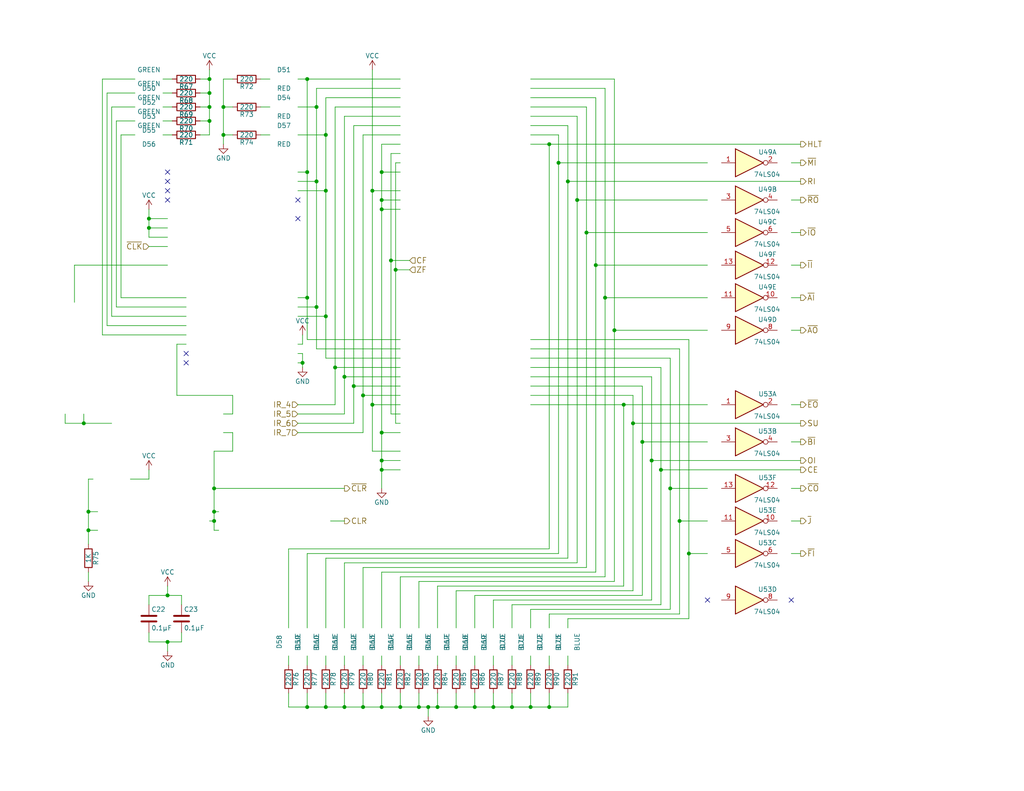
<source format=kicad_sch>
(kicad_sch (version 20211123) (generator eeschema)
  (paper "USLetter")
  (lib_symbols
    (symbol "74xx:74LS04"
      (property "Reference" "U" (at 0 1.27 0))
      (property "Value" "74LS04" (at 0 -1.27 0))
      (symbol "74LS04_1_0"
        (polyline (pts (xy -3.81 3.81) (xy -3.81 -3.81) (xy 3.81 0) (xy -3.81 3.81)) (stroke (width 0.254)) (fill (type background)))
        (pin input line (at -7.62 0 0) (length 3.81) (name "~") (number "1"))
        (pin output inverted (at 7.62 0 180) (length 3.81) (name "~") (number "2"))
      )
      (symbol "74LS04_2_0"
        (polyline (pts (xy -3.81 3.81) (xy -3.81 -3.81) (xy 3.81 0) (xy -3.81 3.81)) (stroke (width 0.254)) (fill (type background)))
        (pin input line (at -7.62 0 0) (length 3.81) (name "~") (number "3"))
        (pin output inverted (at 7.62 0 180) (length 3.81) (name "~") (number "4"))
      )
      (symbol "74LS04_3_0"
        (polyline (pts (xy -3.81 3.81) (xy -3.81 -3.81) (xy 3.81 0) (xy -3.81 3.81)) (stroke (width 0.254)) (fill (type background)))
        (pin input line (at -7.62 0 0) (length 3.81) (name "~") (number "5"))
        (pin output inverted (at 7.62 0 180) (length 3.81) (name "~") (number "6"))
      )
      (symbol "74LS04_4_0"
        (polyline (pts (xy -3.81 3.81) (xy -3.81 -3.81) (xy 3.81 0) (xy -3.81 3.81)) (stroke (width 0.254)) (fill (type background)))
        (pin output inverted (at 7.62 0 180) (length 3.81) (name "~") (number "8"))
        (pin input line (at -7.62 0 0) (length 3.81) (name "~") (number "9"))
      )
      (symbol "74LS04_5_0"
        (polyline (pts (xy -3.81 3.81) (xy -3.81 -3.81) (xy 3.81 0) (xy -3.81 3.81)) (stroke (width 0.254)) (fill (type background)))
        (pin output inverted (at 7.62 0 180) (length 3.81) (name "~") (number "10"))
        (pin input line (at -7.62 0 0) (length 3.81) (name "~") (number "11"))
      )
      (symbol "74LS04_6_0"
        (polyline (pts (xy -3.81 3.81) (xy -3.81 -3.81) (xy 3.81 0) (xy -3.81 3.81)) (stroke (width 0.254)) (fill (type background)))
        (pin output inverted (at 7.62 0 180) (length 3.81) (name "~") (number "12"))
        (pin input line (at -7.62 0 0) (length 3.81) (name "~") (number "13"))
      )
      (symbol "74LS04_7_0"
        (pin power_in line (at 0 12.7 270) (length 5.08) (name "VCC") (number "14"))
        (pin power_in line (at 0 -12.7 90) (length 5.08) (name "GND") (number "7"))
      )
      (symbol "74LS04_7_1"
        (rectangle (start -5.08 7.62) (end 5.08 -7.62) (stroke (width 0.254)) (fill (type background)))
      )
    )
    (symbol "Device:C" (pin_numbers hide) (pin_names (offset 0.254))
      (property "Reference" "C" (at 0.635 2.54 0))
      (property "Value" "C" (at 0.635 -2.54 0))
      (symbol "C_0_1"
        (polyline (pts (xy -2.032 -0.762) (xy 2.032 -0.762)) (stroke (width 0.508)))
        (polyline (pts (xy -2.032 0.762) (xy 2.032 0.762)) (stroke (width 0.508)))
      )
      (symbol "C_1_1"
        (pin passive line (at 0 3.81 270) (length 2.794) (name "~") (number "1"))
        (pin passive line (at 0 -3.81 90) (length 2.794) (name "~") (number "2"))
      )
    )
    (symbol "Device:R" (pin_numbers hide) (pin_names (offset 0))
      (property "Reference" "R" (at 2.032 0 90))
      (property "Value" "R" (at 0 0 90))
      (symbol "R_0_1"
        (rectangle (start -1.016 -2.54) (end 1.016 2.54) (stroke (width 0.254)))
      )
      (symbol "R_1_1"
        (pin passive line (at 0 3.81 270) (length 1.27) (name "~") (number "1"))
        (pin passive line (at 0 -3.81 90) (length 1.27) (name "~") (number "2"))
      )
    )
    (symbol "power:GND" (power) (pin_names (offset 0))
      (property "Value" "GND" (at 0 -3.81 0))
      (symbol "GND_0_1"
        (polyline (pts (xy 0 0) (xy 0 -1.27) (xy 1.27 -1.27) (xy 0 -2.54) (xy -1.27 -1.27) (xy 0 -1.27)))
      )
      (symbol "GND_1_1"
        (pin power_in line (at 0 0 270) (length 0) hide (name "GND") (number "1"))
      )
    )
    (symbol "power:VCC" (power) (pin_names (offset 0))
      (property "Value" "VCC" (at 0 3.81 0))
      (symbol "VCC_0_1"
        (polyline (pts (xy -0.762 1.27) (xy 0 2.54)))
        (polyline (pts (xy 0 0) (xy 0 2.54)))
        (polyline (pts (xy 0 2.54) (xy 0.762 1.27)))
      )
      (symbol "VCC_1_1"
        (pin power_in line (at 0 0 90) (length 0) hide (name "VCC") (number "1"))
      )
    )
  )
  (junction (at 93.98 102.87))
  (junction (at 60.96 36.83))
  (junction (at 104.14 57.15))
  (junction (at 58.42 139.7))
  (junction (at 82.55 99.06))
  (junction (at 83.82 193.04))
  (junction (at 83.82 46.99))
  (junction (at 134.62 193.04))
  (junction (at 22.86 115.57))
  (junction (at 139.7 193.04))
  (junction (at 104.14 193.04))
  (junction (at 104.14 128.27))
  (junction (at 119.38 193.04))
  (junction (at 104.14 46.99))
  (junction (at 172.72 115.57))
  (junction (at 160.02 63.5))
  (junction (at 83.82 81.28))
  (junction (at 154.94 49.53))
  (junction (at 114.3 193.04))
  (junction (at 88.9 193.04))
  (junction (at 182.88 133.35))
  (junction (at 99.06 193.04))
  (junction (at 107.95 73.66))
  (junction (at 165.1 81.28))
  (junction (at 124.46 193.04))
  (junction (at 58.42 142.24))
  (junction (at 91.44 100.33))
  (junction (at 60.96 29.21))
  (junction (at 177.8 125.73))
  (junction (at 86.36 49.53))
  (junction (at 88.9 52.07))
  (junction (at 157.48 54.61))
  (junction (at 116.84 193.04))
  (junction (at 57.15 33.02))
  (junction (at 149.86 193.04))
  (junction (at 45.72 162.56))
  (junction (at 86.36 29.21))
  (junction (at 104.14 54.61))
  (junction (at 40.64 59.69))
  (junction (at 129.54 193.04))
  (junction (at 57.15 29.21))
  (junction (at 167.64 90.17))
  (junction (at 24.13 144.78))
  (junction (at 101.6 110.49))
  (junction (at 57.15 25.4))
  (junction (at 180.34 128.27))
  (junction (at 45.72 175.26))
  (junction (at 88.9 36.83))
  (junction (at 88.9 86.36))
  (junction (at 96.52 105.41))
  (junction (at 175.26 120.65))
  (junction (at 99.06 107.95))
  (junction (at 187.96 151.13))
  (junction (at 144.78 193.04))
  (junction (at 101.6 52.07))
  (junction (at 162.56 72.39))
  (junction (at 104.14 118.11))
  (junction (at 24.13 139.7))
  (junction (at 185.42 142.24))
  (junction (at 86.36 83.82))
  (junction (at 152.4 44.45))
  (junction (at 104.14 125.73))
  (junction (at 83.82 21.59))
  (junction (at 149.86 39.37))
  (junction (at 40.64 62.23))
  (junction (at 109.22 193.04))
  (junction (at 58.42 133.35))
  (junction (at 106.68 71.12))
  (junction (at 170.18 110.49))
  (junction (at 93.98 193.04))
  (junction (at 57.15 21.59))
  (no_connect (at 50.8 99.06))
  (no_connect (at 215.9 163.83))
  (no_connect (at 45.72 46.99))
  (no_connect (at 193.04 163.83))
  (no_connect (at 45.72 52.07))
  (no_connect (at 50.8 96.52))
  (no_connect (at 81.28 54.61))
  (no_connect (at 81.28 59.69))
  (no_connect (at 45.72 54.61))
  (no_connect (at 45.72 49.53))
  (wire (pts (xy 86.36 24.13) (xy 86.36 29.21)))
  (wire (pts (xy 71.12 21.59) (xy 73.66 21.59)))
  (wire (pts (xy 99.06 181.61) (xy 99.06 179.07)))
  (wire (pts (xy 46.99 33.02) (xy 44.45 33.02)))
  (wire (pts (xy 144.78 179.07) (xy 144.78 181.61)))
  (wire (pts (xy 144.78 95.25) (xy 185.42 95.25)))
  (wire (pts (xy 88.9 86.36) (xy 88.9 97.79)))
  (wire (pts (xy 24.13 139.7) (xy 26.67 139.7)))
  (wire (pts (xy 104.14 189.23) (xy 104.14 193.04)))
  (wire (pts (xy 63.5 21.59) (xy 60.96 21.59)))
  (wire (pts (xy 82.55 91.44) (xy 82.55 93.98)))
  (wire (pts (xy 149.86 167.64) (xy 185.42 167.64)))
  (wire (pts (xy 175.26 120.65) (xy 193.04 120.65)))
  (wire (pts (xy 107.95 115.57) (xy 109.22 115.57)))
  (wire (pts (xy 83.82 193.04) (xy 88.9 193.04)))
  (wire (pts (xy 144.78 36.83) (xy 152.4 36.83)))
  (wire (pts (xy 99.06 107.95) (xy 99.06 118.11)))
  (wire (pts (xy 114.3 193.04) (xy 116.84 193.04)))
  (wire (pts (xy 129.54 162.56) (xy 175.26 162.56)))
  (wire (pts (xy 134.62 171.45) (xy 134.62 163.83)))
  (wire (pts (xy 93.98 189.23) (xy 93.98 193.04)))
  (wire (pts (xy 93.98 102.87) (xy 109.22 102.87)))
  (wire (pts (xy 71.12 36.83) (xy 73.66 36.83)))
  (wire (pts (xy 20.32 72.39) (xy 20.32 82.55)))
  (wire (pts (xy 57.15 29.21) (xy 57.15 25.4)))
  (wire (pts (xy 144.78 102.87) (xy 177.8 102.87)))
  (wire (pts (xy 86.36 49.53) (xy 86.36 83.82)))
  (wire (pts (xy 99.06 193.04) (xy 99.06 189.23)))
  (wire (pts (xy 45.72 175.26) (xy 45.72 177.8)))
  (wire (pts (xy 29.21 88.9) (xy 29.21 25.4)))
  (wire (pts (xy 218.44 90.17) (xy 215.9 90.17)))
  (wire (pts (xy 172.72 115.57) (xy 172.72 161.29)))
  (wire (pts (xy 83.82 81.28) (xy 83.82 92.71)))
  (wire (pts (xy 109.22 193.04) (xy 114.3 193.04)))
  (wire (pts (xy 144.78 92.71) (xy 187.96 92.71)))
  (wire (pts (xy 129.54 171.45) (xy 129.54 162.56)))
  (wire (pts (xy 152.4 44.45) (xy 152.4 151.13)))
  (wire (pts (xy 106.68 41.91) (xy 106.68 71.12)))
  (wire (pts (xy 40.64 128.27) (xy 40.64 130.81)))
  (wire (pts (xy 167.64 90.17) (xy 193.04 90.17)))
  (wire (pts (xy 154.94 168.91) (xy 187.96 168.91)))
  (wire (pts (xy 218.44 142.24) (xy 215.9 142.24)))
  (wire (pts (xy 60.96 29.21) (xy 60.96 36.83)))
  (wire (pts (xy 86.36 29.21) (xy 86.36 49.53)))
  (wire (pts (xy 109.22 125.73) (xy 104.14 125.73)))
  (wire (pts (xy 144.78 189.23) (xy 144.78 193.04)))
  (wire (pts (xy 149.86 193.04) (xy 149.86 189.23)))
  (wire (pts (xy 218.44 81.28) (xy 215.9 81.28)))
  (wire (pts (xy 160.02 63.5) (xy 193.04 63.5)))
  (wire (pts (xy 101.6 19.05) (xy 101.6 52.07)))
  (wire (pts (xy 50.8 88.9) (xy 29.21 88.9)))
  (wire (pts (xy 104.14 118.11) (xy 109.22 118.11)))
  (wire (pts (xy 172.72 107.95) (xy 172.72 115.57)))
  (wire (pts (xy 154.94 171.45) (xy 154.94 168.91)))
  (wire (pts (xy 144.78 29.21) (xy 160.02 29.21)))
  (wire (pts (xy 134.62 163.83) (xy 177.8 163.83)))
  (wire (pts (xy 104.14 39.37) (xy 109.22 39.37)))
  (wire (pts (xy 57.15 25.4) (xy 57.15 21.59)))
  (wire (pts (xy 88.9 26.67) (xy 88.9 36.83)))
  (wire (pts (xy 40.64 59.69) (xy 40.64 62.23)))
  (wire (pts (xy 129.54 193.04) (xy 134.62 193.04)))
  (wire (pts (xy 165.1 81.28) (xy 165.1 157.48)))
  (wire (pts (xy 40.64 175.26) (xy 45.72 175.26)))
  (wire (pts (xy 58.42 123.19) (xy 63.5 123.19)))
  (wire (pts (xy 54.61 21.59) (xy 57.15 21.59)))
  (wire (pts (xy 101.6 123.19) (xy 109.22 123.19)))
  (wire (pts (xy 83.82 189.23) (xy 83.82 193.04)))
  (wire (pts (xy 58.42 133.35) (xy 58.42 139.7)))
  (wire (pts (xy 149.86 39.37) (xy 218.44 39.37)))
  (wire (pts (xy 17.78 115.57) (xy 17.78 113.03)))
  (wire (pts (xy 104.14 128.27) (xy 104.14 133.35)))
  (wire (pts (xy 36.83 36.83) (xy 33.02 36.83)))
  (wire (pts (xy 91.44 110.49) (xy 81.28 110.49)))
  (wire (pts (xy 119.38 160.02) (xy 170.18 160.02)))
  (wire (pts (xy 83.82 21.59) (xy 83.82 46.99)))
  (wire (pts (xy 104.14 193.04) (xy 109.22 193.04)))
  (wire (pts (xy 78.74 149.86) (xy 78.74 171.45)))
  (wire (pts (xy 58.42 139.7) (xy 58.42 142.24)))
  (wire (pts (xy 124.46 193.04) (xy 129.54 193.04)))
  (wire (pts (xy 139.7 193.04) (xy 139.7 189.23)))
  (wire (pts (xy 104.14 54.61) (xy 104.14 57.15)))
  (wire (pts (xy 172.72 115.57) (xy 218.44 115.57)))
  (wire (pts (xy 109.22 110.49) (xy 101.6 110.49)))
  (wire (pts (xy 60.96 21.59) (xy 60.96 29.21)))
  (wire (pts (xy 180.34 128.27) (xy 218.44 128.27)))
  (wire (pts (xy 104.14 171.45) (xy 104.14 156.21)))
  (wire (pts (xy 96.52 105.41) (xy 109.22 105.41)))
  (wire (pts (xy 144.78 24.13) (xy 165.1 24.13)))
  (wire (pts (xy 33.02 81.28) (xy 50.8 81.28)))
  (wire (pts (xy 29.21 25.4) (xy 36.83 25.4)))
  (wire (pts (xy 36.83 29.21) (xy 30.48 29.21)))
  (wire (pts (xy 160.02 63.5) (xy 160.02 154.94)))
  (wire (pts (xy 45.72 162.56) (xy 49.53 162.56)))
  (wire (pts (xy 45.72 72.39) (xy 20.32 72.39)))
  (wire (pts (xy 157.48 54.61) (xy 193.04 54.61)))
  (wire (pts (xy 44.45 36.83) (xy 46.99 36.83)))
  (wire (pts (xy 40.64 64.77) (xy 45.72 64.77)))
  (wire (pts (xy 114.3 171.45) (xy 114.3 158.75)))
  (wire (pts (xy 109.22 44.45) (xy 107.95 44.45)))
  (wire (pts (xy 187.96 151.13) (xy 193.04 151.13)))
  (wire (pts (xy 162.56 72.39) (xy 193.04 72.39)))
  (wire (pts (xy 218.44 120.65) (xy 215.9 120.65)))
  (wire (pts (xy 88.9 181.61) (xy 88.9 179.07)))
  (wire (pts (xy 114.3 158.75) (xy 167.64 158.75)))
  (wire (pts (xy 91.44 100.33) (xy 109.22 100.33)))
  (wire (pts (xy 40.64 59.69) (xy 45.72 59.69)))
  (wire (pts (xy 83.82 46.99) (xy 83.82 81.28)))
  (wire (pts (xy 88.9 52.07) (xy 88.9 86.36)))
  (wire (pts (xy 109.22 193.04) (xy 109.22 189.23)))
  (wire (pts (xy 106.68 113.03) (xy 109.22 113.03)))
  (wire (pts (xy 129.54 181.61) (xy 129.54 179.07)))
  (wire (pts (xy 109.22 128.27) (xy 104.14 128.27)))
  (wire (pts (xy 162.56 72.39) (xy 162.56 156.21)))
  (wire (pts (xy 144.78 171.45) (xy 144.78 166.37)))
  (wire (pts (xy 144.78 39.37) (xy 149.86 39.37)))
  (wire (pts (xy 60.96 36.83) (xy 60.96 39.37)))
  (wire (pts (xy 109.22 29.21) (xy 91.44 29.21)))
  (wire (pts (xy 119.38 181.61) (xy 119.38 179.07)))
  (wire (pts (xy 83.82 21.59) (xy 109.22 21.59)))
  (wire (pts (xy 83.82 171.45) (xy 83.82 151.13)))
  (wire (pts (xy 99.06 36.83) (xy 99.06 107.95)))
  (wire (pts (xy 144.78 26.67) (xy 162.56 26.67)))
  (wire (pts (xy 36.83 21.59) (xy 27.94 21.59)))
  (wire (pts (xy 139.7 181.61) (xy 139.7 179.07)))
  (wire (pts (xy 63.5 29.21) (xy 60.96 29.21)))
  (wire (pts (xy 177.8 125.73) (xy 218.44 125.73)))
  (wire (pts (xy 88.9 193.04) (xy 88.9 189.23)))
  (wire (pts (xy 57.15 36.83) (xy 57.15 33.02)))
  (wire (pts (xy 134.62 193.04) (xy 139.7 193.04)))
  (wire (pts (xy 57.15 33.02) (xy 54.61 33.02)))
  (wire (pts (xy 154.94 49.53) (xy 154.94 152.4)))
  (wire (pts (xy 167.64 21.59) (xy 167.64 90.17)))
  (wire (pts (xy 187.96 151.13) (xy 187.96 168.91)))
  (wire (pts (xy 24.13 139.7) (xy 24.13 144.78)))
  (wire (pts (xy 78.74 193.04) (xy 83.82 193.04)))
  (wire (pts (xy 104.14 179.07) (xy 104.14 181.61)))
  (wire (pts (xy 40.64 57.15) (xy 40.64 59.69)))
  (wire (pts (xy 149.86 171.45) (xy 149.86 167.64)))
  (wire (pts (xy 49.53 162.56) (xy 49.53 165.1)))
  (wire (pts (xy 40.64 175.26) (xy 40.64 172.72)))
  (wire (pts (xy 81.28 46.99) (xy 83.82 46.99)))
  (wire (pts (xy 63.5 107.95) (xy 63.5 113.03)))
  (wire (pts (xy 109.22 181.61) (xy 109.22 179.07)))
  (wire (pts (xy 93.98 31.75) (xy 93.98 102.87)))
  (wire (pts (xy 144.78 31.75) (xy 157.48 31.75)))
  (wire (pts (xy 185.42 95.25) (xy 185.42 142.24)))
  (wire (pts (xy 185.42 142.24) (xy 185.42 167.64)))
  (wire (pts (xy 99.06 171.45) (xy 99.06 154.94)))
  (wire (pts (xy 93.98 153.67) (xy 157.48 153.67)))
  (wire (pts (xy 82.55 96.52) (xy 82.55 99.06)))
  (wire (pts (xy 82.55 99.06) (xy 82.55 100.33)))
  (wire (pts (xy 106.68 71.12) (xy 106.68 113.03)))
  (wire (pts (xy 99.06 193.04) (xy 104.14 193.04)))
  (wire (pts (xy 54.61 29.21) (xy 57.15 29.21)))
  (wire (pts (xy 109.22 24.13) (xy 86.36 24.13)))
  (wire (pts (xy 78.74 193.04) (xy 78.74 189.23)))
  (wire (pts (xy 91.44 29.21) (xy 91.44 100.33)))
  (wire (pts (xy 218.44 54.61) (xy 215.9 54.61)))
  (wire (pts (xy 96.52 115.57) (xy 81.28 115.57)))
  (wire (pts (xy 93.98 113.03) (xy 81.28 113.03)))
  (wire (pts (xy 54.61 36.83) (xy 57.15 36.83)))
  (wire (pts (xy 96.52 105.41) (xy 96.52 115.57)))
  (wire (pts (xy 57.15 25.4) (xy 54.61 25.4)))
  (wire (pts (xy 63.5 113.03) (xy 60.96 113.03)))
  (wire (pts (xy 154.94 49.53) (xy 218.44 49.53)))
  (wire (pts (xy 104.14 46.99) (xy 104.14 54.61)))
  (wire (pts (xy 40.64 62.23) (xy 45.72 62.23)))
  (wire (pts (xy 114.3 189.23) (xy 114.3 193.04)))
  (wire (pts (xy 24.13 144.78) (xy 24.13 148.59)))
  (wire (pts (xy 93.98 171.45) (xy 93.98 153.67)))
  (wire (pts (xy 185.42 142.24) (xy 193.04 142.24)))
  (wire (pts (xy 73.66 29.21) (xy 71.12 29.21)))
  (wire (pts (xy 81.28 83.82) (xy 86.36 83.82)))
  (wire (pts (xy 49.53 175.26) (xy 49.53 172.72)))
  (wire (pts (xy 48.26 93.98) (xy 48.26 107.95)))
  (wire (pts (xy 44.45 29.21) (xy 46.99 29.21)))
  (wire (pts (xy 109.22 34.29) (xy 96.52 34.29)))
  (wire (pts (xy 104.14 46.99) (xy 109.22 46.99)))
  (wire (pts (xy 40.64 62.23) (xy 40.64 64.77)))
  (wire (pts (xy 81.28 29.21) (xy 86.36 29.21)))
  (wire (pts (xy 149.86 149.86) (xy 78.74 149.86)))
  (wire (pts (xy 99.06 118.11) (xy 81.28 118.11)))
  (wire (pts (xy 40.64 162.56) (xy 45.72 162.56)))
  (wire (pts (xy 88.9 152.4) (xy 154.94 152.4)))
  (wire (pts (xy 139.7 165.1) (xy 180.34 165.1)))
  (wire (pts (xy 40.64 67.31) (xy 45.72 67.31)))
  (wire (pts (xy 124.46 179.07) (xy 124.46 181.61)))
  (wire (pts (xy 101.6 110.49) (xy 101.6 123.19)))
  (wire (pts (xy 83.82 92.71) (xy 109.22 92.71)))
  (wire (pts (xy 31.75 33.02) (xy 36.83 33.02)))
  (wire (pts (xy 24.13 130.81) (xy 24.13 139.7)))
  (wire (pts (xy 88.9 193.04) (xy 93.98 193.04)))
  (wire (pts (xy 144.78 105.41) (xy 175.26 105.41)))
  (wire (pts (xy 31.75 83.82) (xy 50.8 83.82)))
  (wire (pts (xy 109.22 26.67) (xy 88.9 26.67)))
  (wire (pts (xy 104.14 57.15) (xy 104.14 118.11)))
  (wire (pts (xy 107.95 44.45) (xy 107.95 73.66)))
  (wire (pts (xy 114.3 179.07) (xy 114.3 181.61)))
  (wire (pts (xy 101.6 52.07) (xy 109.22 52.07)))
  (wire (pts (xy 182.88 133.35) (xy 182.88 166.37)))
  (wire (pts (xy 48.26 107.95) (xy 63.5 107.95)))
  (wire (pts (xy 152.4 44.45) (xy 193.04 44.45)))
  (wire (pts (xy 104.14 156.21) (xy 162.56 156.21)))
  (wire (pts (xy 104.14 39.37) (xy 104.14 46.99)))
  (wire (pts (xy 25.4 130.81) (xy 24.13 130.81)))
  (wire (pts (xy 149.86 193.04) (xy 154.94 193.04)))
  (wire (pts (xy 86.36 83.82) (xy 86.36 95.25)))
  (wire (pts (xy 187.96 92.71) (xy 187.96 151.13)))
  (wire (pts (xy 165.1 24.13) (xy 165.1 81.28)))
  (wire (pts (xy 86.36 95.25) (xy 109.22 95.25)))
  (wire (pts (xy 144.78 193.04) (xy 149.86 193.04)))
  (wire (pts (xy 170.18 160.02) (xy 170.18 110.49)))
  (wire (pts (xy 124.46 161.29) (xy 172.72 161.29)))
  (wire (pts (xy 165.1 81.28) (xy 193.04 81.28)))
  (wire (pts (xy 24.13 158.75) (xy 24.13 156.21)))
  (wire (pts (xy 104.14 118.11) (xy 104.14 125.73)))
  (wire (pts (xy 139.7 171.45) (xy 139.7 165.1)))
  (wire (pts (xy 93.98 133.35) (xy 58.42 133.35)))
  (wire (pts (xy 27.94 91.44) (xy 50.8 91.44)))
  (wire (pts (xy 215.9 44.45) (xy 218.44 44.45)))
  (wire (pts (xy 81.28 21.59) (xy 83.82 21.59)))
  (wire (pts (xy 167.64 90.17) (xy 167.64 158.75)))
  (wire (pts (xy 88.9 36.83) (xy 88.9 52.07)))
  (wire (pts (xy 96.52 34.29) (xy 96.52 105.41)))
  (wire (pts (xy 109.22 41.91) (xy 106.68 41.91)))
  (wire (pts (xy 139.7 193.04) (xy 144.78 193.04)))
  (wire (pts (xy 22.86 115.57) (xy 30.48 115.57)))
  (wire (pts (xy 63.5 118.11) (xy 60.96 118.11)))
  (wire (pts (xy 83.82 179.07) (xy 83.82 181.61)))
  (wire (pts (xy 144.78 34.29) (xy 154.94 34.29)))
  (wire (pts (xy 182.88 133.35) (xy 193.04 133.35)))
  (wire (pts (xy 144.78 21.59) (xy 167.64 21.59)))
  (wire (pts (xy 58.42 142.24) (xy 57.15 142.24)))
  (wire (pts (xy 78.74 181.61) (xy 78.74 179.07)))
  (wire (pts (xy 27.94 21.59) (xy 27.94 91.44)))
  (wire (pts (xy 119.38 171.45) (xy 119.38 160.02)))
  (wire (pts (xy 60.96 36.83) (xy 63.5 36.83)))
  (wire (pts (xy 116.84 193.04) (xy 119.38 193.04)))
  (wire (pts (xy 24.13 144.78) (xy 26.67 144.78)))
  (wire (pts (xy 154.94 179.07) (xy 154.94 181.61)))
  (wire (pts (xy 144.78 166.37) (xy 182.88 166.37)))
  (wire (pts (xy 116.84 195.58) (xy 116.84 193.04)))
  (wire (pts (xy 119.38 193.04) (xy 119.38 189.23)))
  (wire (pts (xy 93.98 193.04) (xy 99.06 193.04)))
  (wire (pts (xy 157.48 31.75) (xy 157.48 54.61)))
  (wire (pts (xy 81.28 81.28) (xy 83.82 81.28)))
  (wire (pts (xy 177.8 102.87) (xy 177.8 125.73)))
  (wire (pts (xy 215.9 110.49) (xy 218.44 110.49)))
  (wire (pts (xy 58.42 144.78) (xy 59.69 144.78)))
  (wire (pts (xy 119.38 193.04) (xy 124.46 193.04)))
  (wire (pts (xy 157.48 54.61) (xy 157.48 153.67)))
  (wire (pts (xy 129.54 193.04) (xy 129.54 189.23)))
  (wire (pts (xy 57.15 21.59) (xy 57.15 19.05)))
  (wire (pts (xy 57.15 33.02) (xy 57.15 29.21)))
  (wire (pts (xy 177.8 125.73) (xy 177.8 163.83)))
  (wire (pts (xy 160.02 29.21) (xy 160.02 63.5)))
  (wire (pts (xy 149.86 39.37) (xy 149.86 149.86)))
  (wire (pts (xy 154.94 193.04) (xy 154.94 189.23)))
  (wire (pts (xy 99.06 154.94) (xy 160.02 154.94)))
  (wire (pts (xy 107.95 73.66) (xy 107.95 115.57)))
  (wire (pts (xy 152.4 36.83) (xy 152.4 44.45)))
  (wire (pts (xy 175.26 105.41) (xy 175.26 120.65)))
  (wire (pts (xy 218.44 151.13) (xy 215.9 151.13)))
  (wire (pts (xy 144.78 110.49) (xy 170.18 110.49)))
  (wire (pts (xy 88.9 97.79) (xy 109.22 97.79)))
  (wire (pts (xy 33.02 36.83) (xy 33.02 81.28)))
  (wire (pts (xy 124.46 171.45) (xy 124.46 161.29)))
  (wire (pts (xy 91.44 100.33) (xy 91.44 110.49)))
  (wire (pts (xy 154.94 34.29) (xy 154.94 49.53)))
  (wire (pts (xy 82.55 93.98) (xy 81.28 93.98)))
  (wire (pts (xy 144.78 107.95) (xy 172.72 107.95)))
  (wire (pts (xy 109.22 157.48) (xy 165.1 157.48)))
  (wire (pts (xy 50.8 93.98) (xy 48.26 93.98)))
  (wire (pts (xy 30.48 86.36) (xy 50.8 86.36)))
  (wire (pts (xy 93.98 31.75) (xy 109.22 31.75)))
  (wire (pts (xy 134.62 179.07) (xy 134.62 181.61)))
  (wire (pts (xy 93.98 179.07) (xy 93.98 181.61)))
  (wire (pts (xy 88.9 171.45) (xy 88.9 152.4)))
  (wire (pts (xy 44.45 21.59) (xy 46.99 21.59)))
  (wire (pts (xy 58.42 139.7) (xy 59.69 139.7)))
  (wire (pts (xy 99.06 107.95) (xy 109.22 107.95)))
  (wire (pts (xy 180.34 100.33) (xy 180.34 128.27)))
  (wire (pts (xy 99.06 36.83) (xy 109.22 36.83)))
  (wire (pts (xy 17.78 115.57) (xy 22.86 115.57)))
  (wire (pts (xy 104.14 57.15) (xy 109.22 57.15)))
  (wire (pts (xy 104.14 125.73) (xy 104.14 128.27)))
  (wire (pts (xy 218.44 133.35) (xy 215.9 133.35)))
  (wire (pts (xy 83.82 151.13) (xy 152.4 151.13)))
  (wire (pts (xy 40.64 130.81) (xy 35.56 130.81)))
  (wire (pts (xy 149.86 181.61) (xy 149.86 179.07)))
  (wire (pts (xy 81.28 36.83) (xy 88.9 36.83)))
  (wire (pts (xy 111.76 73.66) (xy 107.95 73.66)))
  (wire (pts (xy 81.28 96.52) (xy 82.55 96.52)))
  (wire (pts (xy 58.42 142.24) (xy 58.42 144.78)))
  (wire (pts (xy 81.28 99.06) (xy 82.55 99.06)))
  (wire (pts (xy 111.76 71.12) (xy 106.68 71.12)))
  (wire (pts (xy 182.88 97.79) (xy 182.88 133.35)))
  (wire (pts (xy 144.78 97.79) (xy 182.88 97.79)))
  (wire (pts (xy 180.34 128.27) (xy 180.34 165.1)))
  (wire (pts (xy 218.44 72.39) (xy 215.9 72.39)))
  (wire (pts (xy 175.26 120.65) (xy 175.26 162.56)))
  (wire (pts (xy 81.28 49.53) (xy 86.36 49.53)))
  (wire (pts (xy 124.46 189.23) (xy 124.46 193.04)))
  (wire (pts (xy 81.28 86.36) (xy 88.9 86.36)))
  (wire (pts (xy 162.56 26.67) (xy 162.56 72.39)))
  (wire (pts (xy 81.28 52.07) (xy 88.9 52.07)))
  (wire (pts (xy 22.86 113.03) (xy 22.86 115.57)))
  (wire (pts (xy 93.98 142.24) (xy 90.17 142.24)))
  (wire (pts (xy 30.48 29.21) (xy 30.48 86.36)))
  (wire (pts (xy 109.22 171.45) (xy 109.22 157.48)))
  (wire (pts (xy 144.78 100.33) (xy 180.34 100.33)))
  (wire (pts (xy 134.62 189.23) (xy 134.62 193.04)))
  (wire (pts (xy 45.72 175.26) (xy 49.53 175.26)))
  (wire (pts (xy 31.75 33.02) (xy 31.75 83.82)))
  (wire (pts (xy 58.42 123.19) (xy 58.42 133.35)))
  (wire (pts (xy 218.44 63.5) (xy 215.9 63.5)))
  (wire (pts (xy 63.5 123.19) (xy 63.5 118.11)))
  (wire (pts (xy 109.22 54.61) (xy 104.14 54.61)))
  (wire (pts (xy 101.6 52.07) (xy 101.6 110.49)))
  (wire (pts (xy 40.64 165.1) (xy 40.64 162.56)))
  (wire (pts (xy 45.72 160.02) (xy 45.72 162.56)))
  (wire (pts (xy 170.18 110.49) (xy 193.04 110.49)))
  (wire (pts (xy 93.98 102.87) (xy 93.98 113.03)))
  (wire (pts (xy 46.99 25.4) (xy 44.45 25.4)))
  (hierarchical_label "CLR" (shape output) (at 93.98 142.24 0) (effects (font (size 1.524 1.524))))
  (hierarchical_label "IR_7" (shape input) (at 81.28 118.11 180) (effects (font (size 1.524 1.524))))
  (hierarchical_label "OI" (shape output) (at 218.44 125.73 0) (effects (font (size 1.524 1.524))))
  (hierarchical_label "IR_5" (shape input) (at 81.28 113.03 180) (effects (font (size 1.524 1.524))))
  (hierarchical_label "~{CO}" (shape output) (at 218.44 133.35 0) (effects (font (size 1.524 1.524))))
  (hierarchical_label "HLT" (shape output) (at 218.44 39.37 0) (effects (font (size 1.524 1.524))))
  (hierarchical_label "~{IO}" (shape output) (at 218.44 63.5 0) (effects (font (size 1.524 1.524))))
  (hierarchical_label "IR_6" (shape input) (at 81.28 115.57 180) (effects (font (size 1.524 1.524))))
  (hierarchical_label "CF" (shape input) (at 111.76 71.12 0) (effects (font (size 1.524 1.524))))
  (hierarchical_label "SU" (shape output) (at 218.44 115.57 0) (effects (font (size 1.524 1.524))))
  (hierarchical_label "~{AO}" (shape output) (at 218.44 90.17 0) (effects (font (size 1.524 1.524))))
  (hierarchical_label "~{BI}" (shape output) (at 218.44 120.65 0) (effects (font (size 1.524 1.524))))
  (hierarchical_label "CE" (shape output) (at 218.44 128.27 0) (effects (font (size 1.524 1.524))))
  (hierarchical_label "~{FI}" (shape output) (at 218.44 151.13 0) (effects (font (size 1.524 1.524))))
  (hierarchical_label "~{RO}" (shape output) (at 218.44 54.61 0) (effects (font (size 1.524 1.524))))
  (hierarchical_label "~{CLK}" (shape input) (at 40.64 67.31 180) (effects (font (size 1.524 1.524))))
  (hierarchical_label "~{EO}" (shape output) (at 218.44 110.49 0) (effects (font (size 1.524 1.524))))
  (hierarchical_label "ZF" (shape input) (at 111.76 73.66 0) (effects (font (size 1.524 1.524))))
  (hierarchical_label "~{CLR}" (shape output) (at 93.98 133.35 0) (effects (font (size 1.524 1.524))))
  (hierarchical_label "~{MI}" (shape output) (at 218.44 44.45 0) (effects (font (size 1.524 1.524))))
  (hierarchical_label "~{II}" (shape output) (at 218.44 72.39 0) (effects (font (size 1.524 1.524))))
  (hierarchical_label "~{AI}" (shape output) (at 218.44 81.28 0) (effects (font (size 1.524 1.524))))
  (hierarchical_label "~{J}" (shape output) (at 218.44 142.24 0) (effects (font (size 1.524 1.524))))
  (hierarchical_label "RI" (shape output) (at 218.44 49.53 0) (effects (font (size 1.524 1.524))))
  (hierarchical_label "IR_4" (shape input) (at 81.28 110.49 180) (effects (font (size 1.524 1.524))))
  (symbol (lib_id "8bit-computer-rescue:74LS161") (at 63.5 59.69 0) (unit 1)
    (property "Reference" "U48" (at 64.77 57.15 0))
    (property "Value" "74LS161" (at 66.04 64.77 0))
    (property "Footprint" "Package_DIP:DIP-16_W7.62mm" (effects hide))
  )
  (symbol (lib_id "8bit-computer-rescue:74LS138") (at 66.04 90.17 0) (mirror y) (unit 1)
    (property "Reference" "U50" (at 63.5 77.47 0))
    (property "Value" "74LS138" (at 62.23 104.1146 0))
    (property "Footprint" "Package_DIP:DIP-16_W7.62mm" (effects hide))
  )
  (symbol (lib_id "8bit-computer-rescue:28C16") (at 127 39.37 0) (unit 1)
    (property "Reference" "U47" (at 132.08 19.05 0))
    (property "Value" "28C16" (at 134.62 59.69 0))
    (property "Footprint" "Package_DIP:DIP-24_W15.24mm_Socket" (effects hide))
  )
  (symbol (lib_id "8bit-computer-rescue:28C16") (at 127 110.49 0) (unit 1)
    (property "Reference" "U52" (at 132.08 90.17 0))
    (property "Value" "28C16" (at 134.62 130.81 0))
    (property "Footprint" "Package_DIP:DIP-24_W15.24mm_Socket" (effects hide))
  )
  (symbol (lib_id "Device:LED_ALT") (at 78.74 175.26 90) (unit 1)
    (property "Reference" "D58" (at 76.2 175.26 0))
    (property "Value" "BLUE" (at 81.28 175.26 0))
    (property "Footprint" "LED_THT:LED_D5.0mm" (effects hide))
  )
  (symbol (lib_id "Device:LED_ALT") (at 83.82 175.26 90) (unit 1)
    (property "Reference" "D59" (at 81.28 175.26 0))
    (property "Value" "BLUE" (at 86.36 175.26 0))
    (property "Footprint" "LED_THT:LED_D5.0mm" (effects hide))
  )
  (symbol (lib_id "Device:LED_ALT") (at 88.9 175.26 90) (unit 1)
    (property "Reference" "D60" (at 86.36 175.26 0))
    (property "Value" "BLUE" (at 91.44 175.26 0))
    (property "Footprint" "LED_THT:LED_D5.0mm" (effects hide))
  )
  (symbol (lib_id "Device:LED_ALT") (at 93.98 175.26 90) (unit 1)
    (property "Reference" "D61" (at 91.44 175.26 0))
    (property "Value" "BLUE" (at 96.52 175.26 0))
    (property "Footprint" "LED_THT:LED_D5.0mm" (effects hide))
  )
  (symbol (lib_id "Device:LED_ALT") (at 99.06 175.26 90) (unit 1)
    (property "Reference" "D62" (at 96.52 175.26 0))
    (property "Value" "BLUE" (at 101.6 175.26 0))
    (property "Footprint" "LED_THT:LED_D5.0mm" (effects hide))
  )
  (symbol (lib_id "Device:LED_ALT") (at 104.14 175.26 90) (unit 1)
    (property "Reference" "D63" (at 101.6 175.26 0))
    (property "Value" "BLUE" (at 106.68 175.26 0))
    (property "Footprint" "LED_THT:LED_D5.0mm" (effects hide))
  )
  (symbol (lib_id "Device:LED_ALT") (at 109.22 175.26 90) (unit 1)
    (property "Reference" "D64" (at 106.68 175.26 0))
    (property "Value" "BLUE" (at 111.76 175.26 0))
    (property "Footprint" "LED_THT:LED_D5.0mm" (effects hide))
  )
  (symbol (lib_id "Device:LED_ALT") (at 114.3 175.26 90) (unit 1)
    (property "Reference" "D65" (at 111.76 175.26 0))
    (property "Value" "BLUE" (at 116.84 175.26 0))
    (property "Footprint" "LED_THT:LED_D5.0mm" (effects hide))
  )
  (symbol (lib_id "Device:LED_ALT") (at 119.38 175.26 90) (unit 1)
    (property "Reference" "D66" (at 116.84 175.26 0))
    (property "Value" "BLUE" (at 121.92 175.26 0))
    (property "Footprint" "LED_THT:LED_D5.0mm" (effects hide))
  )
  (symbol (lib_id "Device:LED_ALT") (at 124.46 175.26 90) (unit 1)
    (property "Reference" "D67" (at 121.92 175.26 0))
    (property "Value" "BLUE" (at 127 175.26 0))
    (property "Footprint" "LED_THT:LED_D5.0mm" (effects hide))
  )
  (symbol (lib_id "Device:LED_ALT") (at 129.54 175.26 90) (unit 1)
    (property "Reference" "D68" (at 127 175.26 0))
    (property "Value" "BLUE" (at 132.08 175.26 0))
    (property "Footprint" "LED_THT:LED_D5.0mm" (effects hide))
  )
  (symbol (lib_id "Device:LED_ALT") (at 134.62 175.26 90) (unit 1)
    (property "Reference" "D69" (at 132.08 175.26 0))
    (property "Value" "BLUE" (at 137.16 175.26 0))
    (property "Footprint" "LED_THT:LED_D5.0mm" (effects hide))
  )
  (symbol (lib_id "Device:LED_ALT") (at 139.7 175.26 90) (unit 1)
    (property "Reference" "D70" (at 137.16 175.26 0))
    (property "Value" "BLUE" (at 142.24 175.26 0))
    (property "Footprint" "LED_THT:LED_D5.0mm" (effects hide))
  )
  (symbol (lib_id "Device:LED_ALT") (at 144.78 175.26 90) (unit 1)
    (property "Reference" "D71" (at 142.24 175.26 0))
    (property "Value" "BLUE" (at 147.32 175.26 0))
    (property "Footprint" "LED_THT:LED_D5.0mm" (effects hide))
  )
  (symbol (lib_id "Device:LED_ALT") (at 149.86 175.26 90) (unit 1)
    (property "Reference" "D72" (at 147.32 175.26 0))
    (property "Value" "BLUE" (at 152.4 175.26 0))
    (property "Footprint" "LED_THT:LED_D5.0mm" (effects hide))
  )
  (symbol (lib_id "Device:LED_ALT") (at 154.94 175.26 90) (unit 1)
    (property "Reference" "D73" (at 152.4 175.26 0))
    (property "Value" "BLUE" (at 157.48 175.26 0))
    (property "Footprint" "LED_THT:LED_D5.0mm" (effects hide))
  )
  (symbol (lib_id "74xx:74LS04") (at 204.47 44.45 0) (unit 1)
    (property "Reference" "U49" (at 209.423 41.529 0))
    (property "Value" "74LS04" (at 209.296 47.625 0))
    (property "Footprint" "Package_DIP:DIP-14_W7.62mm" (effects hide))
    (property "Datasheet" "http://www.ti.com/lit/gpn/sn74LS04" (effects hide))
  )
  (symbol (lib_id "74xx:74LS04") (at 204.47 54.61 0) (unit 2)
    (property "Reference" "U49" (at 209.423 51.689 0))
    (property "Value" "74LS04" (at 209.296 57.785 0))
    (property "Footprint" "Package_DIP:DIP-14_W7.62mm" (effects hide))
    (property "Datasheet" "http://www.ti.com/lit/gpn/sn74LS04" (effects hide))
  )
  (symbol (lib_id "74xx:74LS04") (at 204.47 63.5 0) (unit 3)
    (property "Reference" "U49" (at 209.423 60.579 0))
    (property "Value" "74LS04" (at 209.296 66.675 0))
    (property "Footprint" "Package_DIP:DIP-14_W7.62mm" (effects hide))
    (property "Datasheet" "http://www.ti.com/lit/gpn/sn74LS04" (effects hide))
  )
  (symbol (lib_id "74xx:74LS04") (at 204.47 72.39 0) (unit 6)
    (property "Reference" "U49" (at 209.423 69.469 0))
    (property "Value" "74LS04" (at 209.296 75.565 0))
    (property "Footprint" "Package_DIP:DIP-14_W7.62mm" (effects hide))
    (property "Datasheet" "http://www.ti.com/lit/gpn/sn74LS04" (effects hide))
  )
  (symbol (lib_id "74xx:74LS04") (at 204.47 81.28 0) (unit 5)
    (property "Reference" "U49" (at 209.423 78.359 0))
    (property "Value" "74LS04" (at 209.296 84.455 0))
    (property "Footprint" "Package_DIP:DIP-14_W7.62mm" (effects hide))
    (property "Datasheet" "http://www.ti.com/lit/gpn/sn74LS04" (effects hide))
  )
  (symbol (lib_id "74xx:74LS04") (at 204.47 90.17 0) (unit 4)
    (property "Reference" "U49" (at 209.423 87.249 0))
    (property "Value" "74LS04" (at 209.296 93.345 0))
    (property "Footprint" "Package_DIP:DIP-14_W7.62mm" (effects hide))
    (property "Datasheet" "http://www.ti.com/lit/gpn/sn74LS04" (effects hide))
  )
  (symbol (lib_id "74xx:74LS04") (at 204.47 110.49 0) (unit 1)
    (property "Reference" "U53" (at 209.423 107.569 0))
    (property "Value" "74LS04" (at 209.296 113.665 0))
    (property "Footprint" "Package_DIP:DIP-14_W7.62mm" (effects hide))
    (property "Datasheet" "http://www.ti.com/lit/gpn/sn74LS04" (effects hide))
  )
  (symbol (lib_id "74xx:74LS04") (at 204.47 120.65 0) (unit 2)
    (property "Reference" "U53" (at 209.423 117.729 0))
    (property "Value" "74LS04" (at 209.296 123.825 0))
    (property "Footprint" "Package_DIP:DIP-14_W7.62mm" (effects hide))
    (property "Datasheet" "http://www.ti.com/lit/gpn/sn74LS04" (effects hide))
  )
  (symbol (lib_id "74xx:74LS04") (at 204.47 133.35 0) (unit 6)
    (property "Reference" "U53" (at 209.423 130.429 0))
    (property "Value" "74LS04" (at 209.296 136.525 0))
    (property "Footprint" "Package_DIP:DIP-14_W7.62mm" (effects hide))
    (property "Datasheet" "http://www.ti.com/lit/gpn/sn74LS04" (effects hide))
  )
  (symbol (lib_id "74xx:74LS04") (at 204.47 142.24 0) (unit 5)
    (property "Reference" "U53" (at 209.423 139.319 0))
    (property "Value" "74LS04" (at 209.296 145.415 0))
    (property "Footprint" "Package_DIP:DIP-14_W7.62mm" (effects hide))
    (property "Datasheet" "http://www.ti.com/lit/gpn/sn74LS04" (effects hide))
  )
  (symbol (lib_id "74xx:74LS04") (at 204.47 151.13 0) (unit 3)
    (property "Reference" "U53" (at 209.423 148.209 0))
    (property "Value" "74LS04" (at 209.296 154.305 0))
    (property "Footprint" "Package_DIP:DIP-14_W7.62mm" (effects hide))
    (property "Datasheet" "http://www.ti.com/lit/gpn/sn74LS04" (effects hide))
  )
  (symbol (lib_id "power:GND") (at 104.14 133.35 0) (unit 1)
    (property "Reference" "#PWR068" (effects hide))
    (property "Value" "GND" (at 104.14 137.16 0))
  )
  (symbol (lib_id "power:VCC") (at 101.6 19.05 0) (unit 1)
    (property "Reference" "#PWR069" (effects hide))
    (property "Value" "VCC" (at 101.6 15.24 0))
  )
  (symbol (lib_id "8bit-computer-rescue:74LS00") (at 45.72 115.57 180) (unit 2)
    (property "Reference" "U51" (at 45.72 116.84 0))
    (property "Value" "74LS00" (at 45.72 113.03 0))
    (property "Footprint" "Package_DIP:DIP-14_W7.62mm" (effects hide))
  )
  (symbol (lib_id "8bit-computer-rescue:74LS00") (at 20.32 97.79 90) (unit 1)
    (property "Reference" "U51" (at 19.05 97.79 0))
    (property "Value" "74LS00" (at 22.86 97.79 0))
    (property "Footprint" "Package_DIP:DIP-14_W7.62mm" (effects hide))
  )
  (symbol (lib_id "8bit-computer-rescue:74LS00") (at 74.93 142.24 0) (unit 4)
    (property "Reference" "U51" (at 74.93 140.97 0))
    (property "Value" "74LS00" (at 74.93 144.78 0))
    (property "Footprint" "Package_DIP:DIP-14_W7.62mm" (effects hide))
  )
  (symbol (lib_id "8bit-computer-rescue:74LS00") (at 41.91 142.24 0) (unit 3)
    (property "Reference" "U51" (at 41.91 140.97 0))
    (property "Value" "74LS00" (at 41.91 144.78 0))
    (property "Footprint" "Package_DIP:DIP-14_W7.62mm" (effects hide))
  )
  (symbol (lib_id "8bit-computer-rescue:SW_Push") (at 30.48 130.81 0) (unit 1)
    (property "Reference" "SW8" (at 31.75 128.27 0) (effects (justify left)))
    (property "Value" "Reset" (at 30.48 132.334 0))
    (property "Footprint" "Button_Switch_THT:SW_PUSH_6mm_H5mm" (effects hide))
  )
  (symbol (lib_id "Device:R") (at 67.31 36.83 270) (unit 1)
    (property "Reference" "R74" (at 67.31 38.862 90))
    (property "Value" "220" (at 67.31 36.83 90))
    (property "Footprint" "Resistor_THT:R_Axial_DIN0207_L6.3mm_D2.5mm_P7.62mm_Horizontal" (effects hide))
  )
  (symbol (lib_id "power:GND") (at 24.13 158.75 0) (unit 1)
    (property "Reference" "#PWR070" (effects hide))
    (property "Value" "GND" (at 24.13 162.56 0))
  )
  (symbol (lib_id "power:VCC") (at 40.64 128.27 0) (unit 1)
    (property "Reference" "#PWR071" (effects hide))
    (property "Value" "VCC" (at 40.64 124.46 0))
  )
  (symbol (lib_id "power:VCC") (at 40.64 57.15 0) (unit 1)
    (property "Reference" "#PWR072" (effects hide))
    (property "Value" "VCC" (at 40.64 53.34 0))
  )
  (symbol (lib_id "Device:R") (at 24.13 152.4 0) (unit 1)
    (property "Reference" "R75" (at 26.162 152.4 90))
    (property "Value" "1K" (at 24.13 152.4 90))
    (property "Footprint" "Resistor_THT:R_Axial_DIN0207_L6.3mm_D2.5mm_P7.62mm_Horizontal" (effects hide))
  )
  (symbol (lib_id "Device:R") (at 78.74 185.42 0) (unit 1)
    (property "Reference" "R76" (at 80.772 185.42 90))
    (property "Value" "220" (at 78.74 185.42 90))
    (property "Footprint" "Resistor_THT:R_Axial_DIN0207_L6.3mm_D2.5mm_P7.62mm_Horizontal" (effects hide))
  )
  (symbol (lib_id "Device:R") (at 83.82 185.42 0) (unit 1)
    (property "Reference" "R77" (at 85.852 185.42 90))
    (property "Value" "220" (at 83.82 185.42 90))
    (property "Footprint" "Resistor_THT:R_Axial_DIN0207_L6.3mm_D2.5mm_P7.62mm_Horizontal" (effects hide))
  )
  (symbol (lib_id "Device:R") (at 88.9 185.42 0) (unit 1)
    (property "Reference" "R78" (at 90.932 185.42 90))
    (property "Value" "220" (at 88.9 185.42 90))
    (property "Footprint" "Resistor_THT:R_Axial_DIN0207_L6.3mm_D2.5mm_P7.62mm_Horizontal" (effects hide))
  )
  (symbol (lib_id "Device:R") (at 93.98 185.42 0) (unit 1)
    (property "Reference" "R79" (at 96.012 185.42 90))
    (property "Value" "220" (at 93.98 185.42 90))
    (property "Footprint" "Resistor_THT:R_Axial_DIN0207_L6.3mm_D2.5mm_P7.62mm_Horizontal" (effects hide))
  )
  (symbol (lib_id "Device:R") (at 99.06 185.42 0) (unit 1)
    (property "Reference" "R80" (at 101.092 185.42 90))
    (property "Value" "220" (at 99.06 185.42 90))
    (property "Footprint" "Resistor_THT:R_Axial_DIN0207_L6.3mm_D2.5mm_P7.62mm_Horizontal" (effects hide))
  )
  (symbol (lib_id "Device:R") (at 104.14 185.42 0) (unit 1)
    (property "Reference" "R81" (at 106.172 185.42 90))
    (property "Value" "220" (at 104.14 185.42 90))
    (property "Footprint" "Resistor_THT:R_Axial_DIN0207_L6.3mm_D2.5mm_P7.62mm_Horizontal" (effects hide))
  )
  (symbol (lib_id "Device:R") (at 109.22 185.42 0) (unit 1)
    (property "Reference" "R82" (at 111.252 185.42 90))
    (property "Value" "220" (at 109.22 185.42 90))
    (property "Footprint" "Resistor_THT:R_Axial_DIN0207_L6.3mm_D2.5mm_P7.62mm_Horizontal" (effects hide))
  )
  (symbol (lib_id "Device:R") (at 114.3 185.42 0) (unit 1)
    (property "Reference" "R83" (at 116.332 185.42 90))
    (property "Value" "220" (at 114.3 185.42 90))
    (property "Footprint" "Resistor_THT:R_Axial_DIN0207_L6.3mm_D2.5mm_P7.62mm_Horizontal" (effects hide))
  )
  (symbol (lib_id "Device:R") (at 119.38 185.42 0) (unit 1)
    (property "Reference" "R84" (at 121.412 185.42 90))
    (property "Value" "220" (at 119.38 185.42 90))
    (property "Footprint" "Resistor_THT:R_Axial_DIN0207_L6.3mm_D2.5mm_P7.62mm_Horizontal" (effects hide))
  )
  (symbol (lib_id "Device:R") (at 124.46 185.42 0) (unit 1)
    (property "Reference" "R85" (at 126.492 185.42 90))
    (property "Value" "220" (at 124.46 185.42 90))
    (property "Footprint" "Resistor_THT:R_Axial_DIN0207_L6.3mm_D2.5mm_P7.62mm_Horizontal" (effects hide))
  )
  (symbol (lib_id "Device:R") (at 129.54 185.42 0) (unit 1)
    (property "Reference" "R86" (at 131.572 185.42 90))
    (property "Value" "220" (at 129.54 185.42 90))
    (property "Footprint" "Resistor_THT:R_Axial_DIN0207_L6.3mm_D2.5mm_P7.62mm_Horizontal" (effects hide))
  )
  (symbol (lib_id "Device:R") (at 134.62 185.42 0) (unit 1)
    (property "Reference" "R87" (at 136.652 185.42 90))
    (property "Value" "220" (at 134.62 185.42 90))
    (property "Footprint" "Resistor_THT:R_Axial_DIN0207_L6.3mm_D2.5mm_P7.62mm_Horizontal" (effects hide))
  )
  (symbol (lib_id "Device:R") (at 139.7 185.42 0) (unit 1)
    (property "Reference" "R88" (at 141.732 185.42 90))
    (property "Value" "220" (at 139.7 185.42 90))
    (property "Footprint" "Resistor_THT:R_Axial_DIN0207_L6.3mm_D2.5mm_P7.62mm_Horizontal" (effects hide))
  )
  (symbol (lib_id "Device:R") (at 144.78 185.42 0) (unit 1)
    (property "Reference" "R89" (at 146.812 185.42 90))
    (property "Value" "220" (at 144.78 185.42 90))
    (property "Footprint" "Resistor_THT:R_Axial_DIN0207_L6.3mm_D2.5mm_P7.62mm_Horizontal" (effects hide))
  )
  (symbol (lib_id "Device:R") (at 149.86 185.42 0) (unit 1)
    (property "Reference" "R90" (at 151.892 185.42 90))
    (property "Value" "220" (at 149.86 185.42 90))
    (property "Footprint" "Resistor_THT:R_Axial_DIN0207_L6.3mm_D2.5mm_P7.62mm_Horizontal" (effects hide))
  )
  (symbol (lib_id "power:GND") (at 116.84 195.58 0) (unit 1)
    (property "Reference" "#PWR073" (effects hide))
    (property "Value" "GND" (at 116.84 199.39 0))
  )
  (symbol (lib_id "Device:LED_ALT") (at 77.47 36.83 0) (unit 1)
    (property "Reference" "D57" (at 77.47 34.29 0))
    (property "Value" "RED" (at 77.47 39.37 0))
    (property "Footprint" "LED_THT:LED_D5.0mm" (effects hide))
  )
  (symbol (lib_id "Device:LED_ALT") (at 77.47 29.21 0) (unit 1)
    (property "Reference" "D54" (at 77.47 26.67 0))
    (property "Value" "RED" (at 77.47 31.75 0))
    (property "Footprint" "LED_THT:LED_D5.0mm" (effects hide))
  )
  (symbol (lib_id "Device:LED_ALT") (at 77.47 21.59 0) (unit 1)
    (property "Reference" "D51" (at 77.47 19.05 0))
    (property "Value" "RED" (at 77.47 24.13 0))
    (property "Footprint" "LED_THT:LED_D5.0mm" (effects hide))
  )
  (symbol (lib_id "Device:R") (at 50.8 21.59 270) (unit 1)
    (property "Reference" "R67" (at 50.8 23.622 90))
    (property "Value" "220" (at 50.8 21.59 90))
    (property "Footprint" "Resistor_THT:R_Axial_DIN0207_L6.3mm_D2.5mm_P7.62mm_Horizontal" (effects hide))
  )
  (symbol (lib_id "Device:R") (at 50.8 33.02 270) (unit 1)
    (property "Reference" "R70" (at 50.8 35.052 90))
    (property "Value" "220" (at 50.8 33.02 90))
    (property "Footprint" "Resistor_THT:R_Axial_DIN0207_L6.3mm_D2.5mm_P7.62mm_Horizontal" (effects hide))
  )
  (symbol (lib_id "Device:R") (at 67.31 29.21 270) (unit 1)
    (property "Reference" "R73" (at 67.31 31.242 90))
    (property "Value" "220" (at 67.31 29.21 90))
    (property "Footprint" "Resistor_THT:R_Axial_DIN0207_L6.3mm_D2.5mm_P7.62mm_Horizontal" (effects hide))
  )
  (symbol (lib_id "power:GND") (at 60.96 39.37 0) (unit 1)
    (property "Reference" "#PWR074" (effects hide))
    (property "Value" "GND" (at 60.96 43.18 0))
  )
  (symbol (lib_id "Device:LED_ALT") (at 40.64 21.59 0) (mirror x) (unit 1)
    (property "Reference" "D50" (at 40.64 24.13 0))
    (property "Value" "GREEN" (at 40.64 19.05 0))
    (property "Footprint" "LED_THT:LED_D5.0mm" (effects hide))
  )
  (symbol (lib_id "Device:LED_ALT") (at 40.64 25.4 0) (mirror x) (unit 1)
    (property "Reference" "D52" (at 40.64 27.94 0))
    (property "Value" "GREEN" (at 40.64 22.86 0))
    (property "Footprint" "LED_THT:LED_D5.0mm" (effects hide))
  )
  (symbol (lib_id "Device:LED_ALT") (at 40.64 29.21 0) (mirror x) (unit 1)
    (property "Reference" "D53" (at 40.64 31.75 0))
    (property "Value" "GREEN" (at 40.64 26.67 0))
    (property "Footprint" "LED_THT:LED_D5.0mm" (effects hide))
  )
  (symbol (lib_id "Device:LED_ALT") (at 40.64 33.02 0) (mirror x) (unit 1)
    (property "Reference" "D55" (at 40.64 35.56 0))
    (property "Value" "GREEN" (at 40.64 30.48 0))
    (property "Footprint" "LED_THT:LED_D5.0mm" (effects hide))
  )
  (symbol (lib_id "Device:LED_ALT") (at 40.64 36.83 0) (mirror x) (unit 1)
    (property "Reference" "D56" (at 40.64 39.37 0))
    (property "Value" "GREEN" (at 40.64 34.29 0))
    (property "Footprint" "LED_THT:LED_D5.0mm" (effects hide))
  )
  (symbol (lib_id "Device:R") (at 154.94 185.42 0) (unit 1)
    (property "Reference" "R91" (at 156.972 185.42 90))
    (property "Value" "220" (at 154.94 185.42 90))
    (property "Footprint" "Resistor_THT:R_Axial_DIN0207_L6.3mm_D2.5mm_P7.62mm_Horizontal" (effects hide))
  )
  (symbol (lib_id "Device:R") (at 50.8 25.4 270) (unit 1)
    (property "Reference" "R68" (at 50.8 27.432 90))
    (property "Value" "220" (at 50.8 25.4 90))
    (property "Footprint" "Resistor_THT:R_Axial_DIN0207_L6.3mm_D2.5mm_P7.62mm_Horizontal" (effects hide))
  )
  (symbol (lib_id "Device:R") (at 50.8 29.21 270) (unit 1)
    (property "Reference" "R69" (at 50.8 31.242 90))
    (property "Value" "220" (at 50.8 29.21 90))
    (property "Footprint" "Resistor_THT:R_Axial_DIN0207_L6.3mm_D2.5mm_P7.62mm_Horizontal" (effects hide))
  )
  (symbol (lib_id "Device:R") (at 50.8 36.83 270) (unit 1)
    (property "Reference" "R71" (at 50.8 38.862 90))
    (property "Value" "220" (at 50.8 36.83 90))
    (property "Footprint" "Resistor_THT:R_Axial_DIN0207_L6.3mm_D2.5mm_P7.62mm_Horizontal" (effects hide))
  )
  (symbol (lib_id "Device:R") (at 67.31 21.59 270) (unit 1)
    (property "Reference" "R72" (at 67.31 23.622 90))
    (property "Value" "220" (at 67.31 21.59 90))
    (property "Footprint" "Resistor_THT:R_Axial_DIN0207_L6.3mm_D2.5mm_P7.62mm_Horizontal" (effects hide))
  )
  (symbol (lib_id "power:VCC") (at 82.55 91.44 0) (unit 1)
    (property "Reference" "#PWR075" (effects hide))
    (property "Value" "VCC" (at 82.55 87.63 0))
  )
  (symbol (lib_id "power:GND") (at 82.55 100.33 0) (unit 1)
    (property "Reference" "#PWR076" (effects hide))
    (property "Value" "GND" (at 82.55 104.14 0))
  )
  (symbol (lib_id "74xx:74LS04") (at 204.47 163.83 0) (unit 4)
    (property "Reference" "U53" (at 209.423 160.909 0))
    (property "Value" "74LS04" (at 209.296 167.005 0))
    (property "Footprint" "Package_DIP:DIP-14_W7.62mm" (effects hide))
    (property "Datasheet" "http://www.ti.com/lit/gpn/sn74LS04" (effects hide))
  )
  (symbol (lib_id "Device:C") (at 40.64 168.91 0) (unit 1)
    (property "Reference" "C22" (at 41.275 166.37 0) (effects (justify left)))
    (property "Value" "0.1µF" (at 41.275 171.45 0) (effects (justify left)))
    (property "Footprint" "Capacitor_THT:C_Disc_D4.3mm_W1.9mm_P5.00mm" (effects hide))
  )
  (symbol (lib_id "power:VCC") (at 45.72 160.02 0) (unit 1)
    (property "Reference" "#PWR077" (effects hide))
    (property "Value" "VCC" (at 45.72 156.21 0))
  )
  (symbol (lib_id "power:GND") (at 45.72 177.8 0) (unit 1)
    (property "Reference" "#PWR078" (effects hide))
    (property "Value" "GND" (at 45.72 181.61 0))
  )
  (symbol (lib_id "Device:C") (at 49.53 168.91 0) (unit 1)
    (property "Reference" "C23" (at 50.165 166.37 0) (effects (justify left)))
    (property "Value" "0.1µF" (at 50.165 171.45 0) (effects (justify left)))
    (property "Footprint" "Capacitor_THT:C_Disc_D4.3mm_W1.9mm_P5.00mm" (effects hide))
  )
  (symbol (lib_id "power:VCC") (at 57.15 19.05 0) (unit 1)
    (property "Reference" "#PWR079" (effects hide))
    (property "Value" "VCC" (at 57.15 15.24 0))
  )
)
</source>
